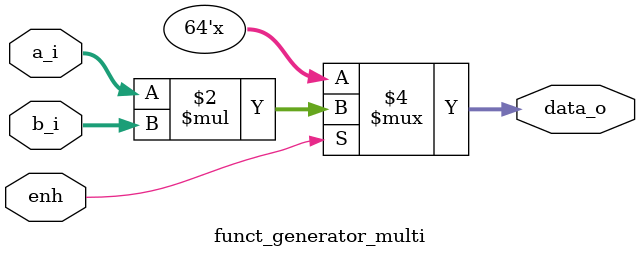
<source format=sv>
/* 
	=========================================================================================
	Module name	: funct_generator Multiplicator
	Author		: Ana Godoy
	Email		: ana.gm@circuify.com
	Filename	: funct_generator_multi.sv
	Type		: Modulo SystemVerilog
	
	Description	: Multiplicador 2 entradas con enable
	-----------------------------------------------------------------------------------------
	Version		: 1.0
	Date		: Jun 2024
	-----------------------------------------------------------------------------------------
*/

module funct_generator_multi #(
	parameter DATA_WIDTH=32,
	parameter DATA_WIDTH_OUT=(DATA_WIDTH*2)
)(
	//INPUTS
	input  logic 				enh, 
	input  logic signed[DATA_WIDTH-1:0]	a_i,
	input  logic signed[DATA_WIDTH-1:0]	b_i,
	
	//OUTPUTS
	output logic signed [DATA_WIDTH_OUT-1:0] data_o
);


always_comb begin
	if(enh) begin
	    data_o = (a_i * b_i);
	end
end

endmodule


</source>
